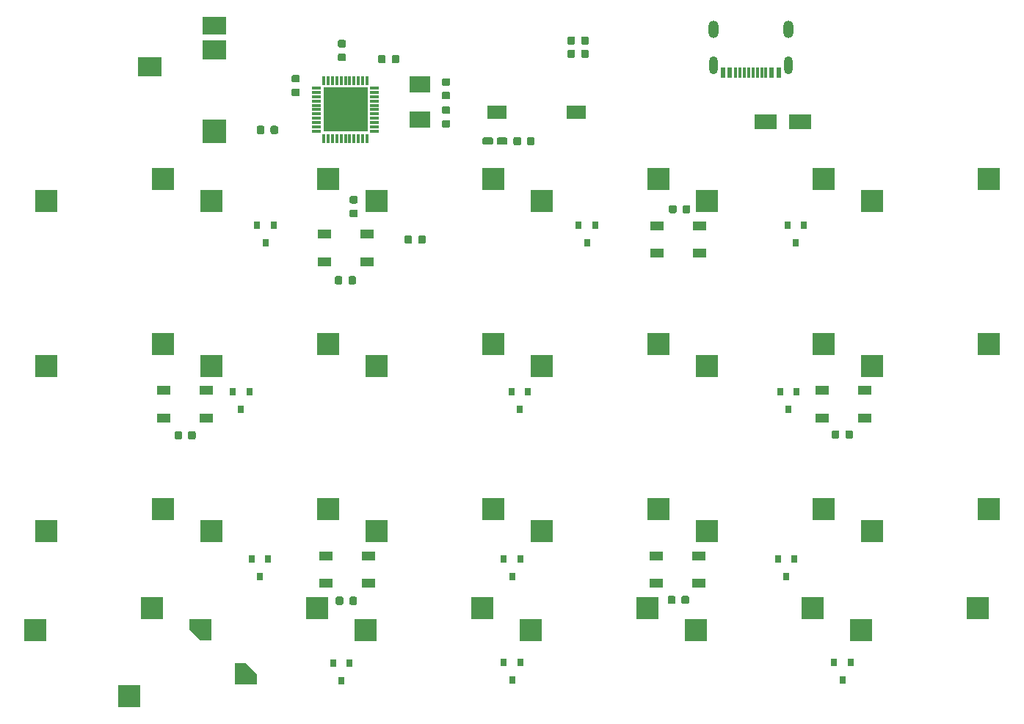
<source format=gbr>
%TF.GenerationSoftware,KiCad,Pcbnew,5.0.2-5.fc29*%
%TF.CreationDate,2019-03-27T11:46:12+01:00*%
%TF.ProjectId,vitamins_included,76697461-6d69-46e7-935f-696e636c7564,rev?*%
%TF.SameCoordinates,Original*%
%TF.FileFunction,Paste,Bot*%
%TF.FilePolarity,Positive*%
%FSLAX46Y46*%
G04 Gerber Fmt 4.6, Leading zero omitted, Abs format (unit mm)*
G04 Created by KiCad (PCBNEW 5.0.2-5.fc29) date 2019-03-27T11:46:12 CET*
%MOMM*%
%LPD*%
G01*
G04 APERTURE LIST*
%ADD10R,2.550000X2.500000*%
%ADD11R,1.500000X1.000000*%
%ADD12C,0.100000*%
%ADD13C,0.850000*%
%ADD14R,0.800000X0.900000*%
%ADD15C,0.875000*%
%ADD16R,2.180000X1.600000*%
%ADD17R,5.080000X5.080000*%
%ADD18R,0.998220X0.299720*%
%ADD19R,0.299720X0.998220*%
%ADD20C,1.000000*%
%ADD21R,2.500000X1.800000*%
%ADD22R,0.600000X1.160000*%
%ADD23R,0.300000X1.160000*%
%ADD24O,1.200000X2.000000*%
%ADD25O,1.000000X2.100000*%
%ADD26R,2.400000X1.900000*%
%ADD27R,2.800000X2.800000*%
%ADD28R,2.800000X2.200000*%
%ADD29R,2.800000X2.000000*%
G04 APERTURE END LIST*
D10*
X16860000Y-19390000D03*
X3410000Y-21930000D03*
D11*
X40550000Y-62900000D03*
X40550000Y-66100000D03*
X35650000Y-62900000D03*
X35650000Y-66100000D03*
D10*
X78340000Y-71460000D03*
X91790000Y-68920000D03*
D11*
X78750000Y-24800000D03*
X78750000Y-28000000D03*
X73850000Y-24800000D03*
X73850000Y-28000000D03*
D12*
G36*
X54745829Y-14626023D02*
X54766457Y-14629083D01*
X54786685Y-14634150D01*
X54806320Y-14641176D01*
X54825172Y-14650092D01*
X54843059Y-14660813D01*
X54859809Y-14673235D01*
X54875260Y-14687240D01*
X54889265Y-14702691D01*
X54901687Y-14719441D01*
X54912408Y-14737328D01*
X54921324Y-14756180D01*
X54928350Y-14775815D01*
X54933417Y-14796043D01*
X54936477Y-14816671D01*
X54937500Y-14837500D01*
X54937500Y-15262500D01*
X54936477Y-15283329D01*
X54933417Y-15303957D01*
X54928350Y-15324185D01*
X54921324Y-15343820D01*
X54912408Y-15362672D01*
X54901687Y-15380559D01*
X54889265Y-15397309D01*
X54875260Y-15412760D01*
X54859809Y-15426765D01*
X54843059Y-15439187D01*
X54825172Y-15449908D01*
X54806320Y-15458824D01*
X54786685Y-15465850D01*
X54766457Y-15470917D01*
X54745829Y-15473977D01*
X54725000Y-15475000D01*
X53925000Y-15475000D01*
X53904171Y-15473977D01*
X53883543Y-15470917D01*
X53863315Y-15465850D01*
X53843680Y-15458824D01*
X53824828Y-15449908D01*
X53806941Y-15439187D01*
X53790191Y-15426765D01*
X53774740Y-15412760D01*
X53760735Y-15397309D01*
X53748313Y-15380559D01*
X53737592Y-15362672D01*
X53728676Y-15343820D01*
X53721650Y-15324185D01*
X53716583Y-15303957D01*
X53713523Y-15283329D01*
X53712500Y-15262500D01*
X53712500Y-14837500D01*
X53713523Y-14816671D01*
X53716583Y-14796043D01*
X53721650Y-14775815D01*
X53728676Y-14756180D01*
X53737592Y-14737328D01*
X53748313Y-14719441D01*
X53760735Y-14702691D01*
X53774740Y-14687240D01*
X53790191Y-14673235D01*
X53806941Y-14660813D01*
X53824828Y-14650092D01*
X53843680Y-14641176D01*
X53863315Y-14634150D01*
X53883543Y-14629083D01*
X53904171Y-14626023D01*
X53925000Y-14625000D01*
X54725000Y-14625000D01*
X54745829Y-14626023D01*
X54745829Y-14626023D01*
G37*
D13*
X54325000Y-15050000D03*
D12*
G36*
X56370829Y-14626023D02*
X56391457Y-14629083D01*
X56411685Y-14634150D01*
X56431320Y-14641176D01*
X56450172Y-14650092D01*
X56468059Y-14660813D01*
X56484809Y-14673235D01*
X56500260Y-14687240D01*
X56514265Y-14702691D01*
X56526687Y-14719441D01*
X56537408Y-14737328D01*
X56546324Y-14756180D01*
X56553350Y-14775815D01*
X56558417Y-14796043D01*
X56561477Y-14816671D01*
X56562500Y-14837500D01*
X56562500Y-15262500D01*
X56561477Y-15283329D01*
X56558417Y-15303957D01*
X56553350Y-15324185D01*
X56546324Y-15343820D01*
X56537408Y-15362672D01*
X56526687Y-15380559D01*
X56514265Y-15397309D01*
X56500260Y-15412760D01*
X56484809Y-15426765D01*
X56468059Y-15439187D01*
X56450172Y-15449908D01*
X56431320Y-15458824D01*
X56411685Y-15465850D01*
X56391457Y-15470917D01*
X56370829Y-15473977D01*
X56350000Y-15475000D01*
X55550000Y-15475000D01*
X55529171Y-15473977D01*
X55508543Y-15470917D01*
X55488315Y-15465850D01*
X55468680Y-15458824D01*
X55449828Y-15449908D01*
X55431941Y-15439187D01*
X55415191Y-15426765D01*
X55399740Y-15412760D01*
X55385735Y-15397309D01*
X55373313Y-15380559D01*
X55362592Y-15362672D01*
X55353676Y-15343820D01*
X55346650Y-15324185D01*
X55341583Y-15303957D01*
X55338523Y-15283329D01*
X55337500Y-15262500D01*
X55337500Y-14837500D01*
X55338523Y-14816671D01*
X55341583Y-14796043D01*
X55346650Y-14775815D01*
X55353676Y-14756180D01*
X55362592Y-14737328D01*
X55373313Y-14719441D01*
X55385735Y-14702691D01*
X55399740Y-14687240D01*
X55415191Y-14673235D01*
X55431941Y-14660813D01*
X55449828Y-14650092D01*
X55468680Y-14641176D01*
X55488315Y-14634150D01*
X55508543Y-14629083D01*
X55529171Y-14626023D01*
X55550000Y-14625000D01*
X56350000Y-14625000D01*
X56370829Y-14626023D01*
X56370829Y-14626023D01*
G37*
D13*
X55950000Y-15050000D03*
D14*
X57108000Y-77207000D03*
X58058000Y-75207000D03*
X56158000Y-75207000D03*
D10*
X59290000Y-71460000D03*
X72740000Y-68920000D03*
D12*
G36*
X39027691Y-67626053D02*
X39048926Y-67629203D01*
X39069750Y-67634419D01*
X39089962Y-67641651D01*
X39109368Y-67650830D01*
X39127781Y-67661866D01*
X39145024Y-67674654D01*
X39160930Y-67689070D01*
X39175346Y-67704976D01*
X39188134Y-67722219D01*
X39199170Y-67740632D01*
X39208349Y-67760038D01*
X39215581Y-67780250D01*
X39220797Y-67801074D01*
X39223947Y-67822309D01*
X39225000Y-67843750D01*
X39225000Y-68356250D01*
X39223947Y-68377691D01*
X39220797Y-68398926D01*
X39215581Y-68419750D01*
X39208349Y-68439962D01*
X39199170Y-68459368D01*
X39188134Y-68477781D01*
X39175346Y-68495024D01*
X39160930Y-68510930D01*
X39145024Y-68525346D01*
X39127781Y-68538134D01*
X39109368Y-68549170D01*
X39089962Y-68558349D01*
X39069750Y-68565581D01*
X39048926Y-68570797D01*
X39027691Y-68573947D01*
X39006250Y-68575000D01*
X38568750Y-68575000D01*
X38547309Y-68573947D01*
X38526074Y-68570797D01*
X38505250Y-68565581D01*
X38485038Y-68558349D01*
X38465632Y-68549170D01*
X38447219Y-68538134D01*
X38429976Y-68525346D01*
X38414070Y-68510930D01*
X38399654Y-68495024D01*
X38386866Y-68477781D01*
X38375830Y-68459368D01*
X38366651Y-68439962D01*
X38359419Y-68419750D01*
X38354203Y-68398926D01*
X38351053Y-68377691D01*
X38350000Y-68356250D01*
X38350000Y-67843750D01*
X38351053Y-67822309D01*
X38354203Y-67801074D01*
X38359419Y-67780250D01*
X38366651Y-67760038D01*
X38375830Y-67740632D01*
X38386866Y-67722219D01*
X38399654Y-67704976D01*
X38414070Y-67689070D01*
X38429976Y-67674654D01*
X38447219Y-67661866D01*
X38465632Y-67650830D01*
X38485038Y-67641651D01*
X38505250Y-67634419D01*
X38526074Y-67629203D01*
X38547309Y-67626053D01*
X38568750Y-67625000D01*
X39006250Y-67625000D01*
X39027691Y-67626053D01*
X39027691Y-67626053D01*
G37*
D15*
X38787500Y-68100000D03*
D12*
G36*
X37452691Y-67626053D02*
X37473926Y-67629203D01*
X37494750Y-67634419D01*
X37514962Y-67641651D01*
X37534368Y-67650830D01*
X37552781Y-67661866D01*
X37570024Y-67674654D01*
X37585930Y-67689070D01*
X37600346Y-67704976D01*
X37613134Y-67722219D01*
X37624170Y-67740632D01*
X37633349Y-67760038D01*
X37640581Y-67780250D01*
X37645797Y-67801074D01*
X37648947Y-67822309D01*
X37650000Y-67843750D01*
X37650000Y-68356250D01*
X37648947Y-68377691D01*
X37645797Y-68398926D01*
X37640581Y-68419750D01*
X37633349Y-68439962D01*
X37624170Y-68459368D01*
X37613134Y-68477781D01*
X37600346Y-68495024D01*
X37585930Y-68510930D01*
X37570024Y-68525346D01*
X37552781Y-68538134D01*
X37534368Y-68549170D01*
X37514962Y-68558349D01*
X37494750Y-68565581D01*
X37473926Y-68570797D01*
X37452691Y-68573947D01*
X37431250Y-68575000D01*
X36993750Y-68575000D01*
X36972309Y-68573947D01*
X36951074Y-68570797D01*
X36930250Y-68565581D01*
X36910038Y-68558349D01*
X36890632Y-68549170D01*
X36872219Y-68538134D01*
X36854976Y-68525346D01*
X36839070Y-68510930D01*
X36824654Y-68495024D01*
X36811866Y-68477781D01*
X36800830Y-68459368D01*
X36791651Y-68439962D01*
X36784419Y-68419750D01*
X36779203Y-68398926D01*
X36776053Y-68377691D01*
X36775000Y-68356250D01*
X36775000Y-67843750D01*
X36776053Y-67822309D01*
X36779203Y-67801074D01*
X36784419Y-67780250D01*
X36791651Y-67760038D01*
X36800830Y-67740632D01*
X36811866Y-67722219D01*
X36824654Y-67704976D01*
X36839070Y-67689070D01*
X36854976Y-67674654D01*
X36872219Y-67661866D01*
X36890632Y-67650830D01*
X36910038Y-67641651D01*
X36930250Y-67634419D01*
X36951074Y-67629203D01*
X36972309Y-67626053D01*
X36993750Y-67625000D01*
X37431250Y-67625000D01*
X37452691Y-67626053D01*
X37452691Y-67626053D01*
G37*
D15*
X37212500Y-68100000D03*
D10*
X74010000Y-19390000D03*
X60560000Y-21930000D03*
D16*
X64540000Y-11700000D03*
X55360000Y-11700000D03*
D17*
X37892518Y-11411000D03*
D18*
X34544798Y-8911640D03*
X34544798Y-9412020D03*
X34544798Y-9912400D03*
X34544798Y-10412780D03*
X34544798Y-10913160D03*
X34544798Y-11411000D03*
X34544798Y-11908840D03*
X34544798Y-12409220D03*
X34544798Y-12909600D03*
X34544798Y-13409980D03*
X34544798Y-13910360D03*
D19*
X35393158Y-14758720D03*
X35893538Y-14758720D03*
X36393918Y-14758720D03*
X36894298Y-14758720D03*
X37394678Y-14758720D03*
X37892518Y-14758720D03*
X38390358Y-14758720D03*
X38890738Y-14758720D03*
X39391118Y-14758720D03*
X39891498Y-14758720D03*
X40391878Y-14758720D03*
D18*
X41240238Y-13910360D03*
X41240238Y-13409980D03*
X41240238Y-12909600D03*
X41240238Y-12409220D03*
X41240238Y-11908840D03*
X41240238Y-11411000D03*
X41240238Y-10913160D03*
X41240238Y-10412780D03*
X41240238Y-9912400D03*
X41240238Y-9412020D03*
X41240238Y-8911640D03*
D19*
X40391878Y-8063280D03*
X39891498Y-8063280D03*
X39391118Y-8063280D03*
X38890738Y-8063280D03*
X38390358Y-8063280D03*
X37892518Y-8063280D03*
X37394678Y-8063280D03*
X36894298Y-8063280D03*
X36393918Y-8063280D03*
X35893538Y-8063280D03*
X35393158Y-8063280D03*
D20*
X21190000Y-71460000D03*
D12*
G36*
X19915000Y-71460000D02*
X19915000Y-70210000D01*
X22465000Y-70210000D01*
X22465000Y-72710000D01*
X21190000Y-72710000D01*
X19915000Y-71460000D01*
X19915000Y-71460000D01*
G37*
D10*
X34640000Y-68920000D03*
X2140000Y-71460000D03*
X15590000Y-68920000D03*
D12*
G36*
X77465191Y-22426053D02*
X77486426Y-22429203D01*
X77507250Y-22434419D01*
X77527462Y-22441651D01*
X77546868Y-22450830D01*
X77565281Y-22461866D01*
X77582524Y-22474654D01*
X77598430Y-22489070D01*
X77612846Y-22504976D01*
X77625634Y-22522219D01*
X77636670Y-22540632D01*
X77645849Y-22560038D01*
X77653081Y-22580250D01*
X77658297Y-22601074D01*
X77661447Y-22622309D01*
X77662500Y-22643750D01*
X77662500Y-23156250D01*
X77661447Y-23177691D01*
X77658297Y-23198926D01*
X77653081Y-23219750D01*
X77645849Y-23239962D01*
X77636670Y-23259368D01*
X77625634Y-23277781D01*
X77612846Y-23295024D01*
X77598430Y-23310930D01*
X77582524Y-23325346D01*
X77565281Y-23338134D01*
X77546868Y-23349170D01*
X77527462Y-23358349D01*
X77507250Y-23365581D01*
X77486426Y-23370797D01*
X77465191Y-23373947D01*
X77443750Y-23375000D01*
X77006250Y-23375000D01*
X76984809Y-23373947D01*
X76963574Y-23370797D01*
X76942750Y-23365581D01*
X76922538Y-23358349D01*
X76903132Y-23349170D01*
X76884719Y-23338134D01*
X76867476Y-23325346D01*
X76851570Y-23310930D01*
X76837154Y-23295024D01*
X76824366Y-23277781D01*
X76813330Y-23259368D01*
X76804151Y-23239962D01*
X76796919Y-23219750D01*
X76791703Y-23198926D01*
X76788553Y-23177691D01*
X76787500Y-23156250D01*
X76787500Y-22643750D01*
X76788553Y-22622309D01*
X76791703Y-22601074D01*
X76796919Y-22580250D01*
X76804151Y-22560038D01*
X76813330Y-22540632D01*
X76824366Y-22522219D01*
X76837154Y-22504976D01*
X76851570Y-22489070D01*
X76867476Y-22474654D01*
X76884719Y-22461866D01*
X76903132Y-22450830D01*
X76922538Y-22441651D01*
X76942750Y-22434419D01*
X76963574Y-22429203D01*
X76984809Y-22426053D01*
X77006250Y-22425000D01*
X77443750Y-22425000D01*
X77465191Y-22426053D01*
X77465191Y-22426053D01*
G37*
D15*
X77225000Y-22900000D03*
D12*
G36*
X75890191Y-22426053D02*
X75911426Y-22429203D01*
X75932250Y-22434419D01*
X75952462Y-22441651D01*
X75971868Y-22450830D01*
X75990281Y-22461866D01*
X76007524Y-22474654D01*
X76023430Y-22489070D01*
X76037846Y-22504976D01*
X76050634Y-22522219D01*
X76061670Y-22540632D01*
X76070849Y-22560038D01*
X76078081Y-22580250D01*
X76083297Y-22601074D01*
X76086447Y-22622309D01*
X76087500Y-22643750D01*
X76087500Y-23156250D01*
X76086447Y-23177691D01*
X76083297Y-23198926D01*
X76078081Y-23219750D01*
X76070849Y-23239962D01*
X76061670Y-23259368D01*
X76050634Y-23277781D01*
X76037846Y-23295024D01*
X76023430Y-23310930D01*
X76007524Y-23325346D01*
X75990281Y-23338134D01*
X75971868Y-23349170D01*
X75952462Y-23358349D01*
X75932250Y-23365581D01*
X75911426Y-23370797D01*
X75890191Y-23373947D01*
X75868750Y-23375000D01*
X75431250Y-23375000D01*
X75409809Y-23373947D01*
X75388574Y-23370797D01*
X75367750Y-23365581D01*
X75347538Y-23358349D01*
X75328132Y-23349170D01*
X75309719Y-23338134D01*
X75292476Y-23325346D01*
X75276570Y-23310930D01*
X75262154Y-23295024D01*
X75249366Y-23277781D01*
X75238330Y-23259368D01*
X75229151Y-23239962D01*
X75221919Y-23219750D01*
X75216703Y-23198926D01*
X75213553Y-23177691D01*
X75212500Y-23156250D01*
X75212500Y-22643750D01*
X75213553Y-22622309D01*
X75216703Y-22601074D01*
X75221919Y-22580250D01*
X75229151Y-22560038D01*
X75238330Y-22540632D01*
X75249366Y-22522219D01*
X75262154Y-22504976D01*
X75276570Y-22489070D01*
X75292476Y-22474654D01*
X75309719Y-22461866D01*
X75328132Y-22450830D01*
X75347538Y-22441651D01*
X75367750Y-22434419D01*
X75388574Y-22429203D01*
X75409809Y-22426053D01*
X75431250Y-22425000D01*
X75868750Y-22425000D01*
X75890191Y-22426053D01*
X75890191Y-22426053D01*
G37*
D15*
X75650000Y-22900000D03*
D10*
X54960000Y-19390000D03*
X41510000Y-21930000D03*
X54960000Y-38440000D03*
X41510000Y-40980000D03*
D21*
X90350000Y-12850000D03*
X86350000Y-12850000D03*
D10*
X74010000Y-57490000D03*
X60560000Y-60030000D03*
D14*
X88985000Y-45965000D03*
X89935000Y-43965000D03*
X88035000Y-43965000D03*
D10*
X97390000Y-71460000D03*
X110840000Y-68920000D03*
D12*
G36*
X18852691Y-48526053D02*
X18873926Y-48529203D01*
X18894750Y-48534419D01*
X18914962Y-48541651D01*
X18934368Y-48550830D01*
X18952781Y-48561866D01*
X18970024Y-48574654D01*
X18985930Y-48589070D01*
X19000346Y-48604976D01*
X19013134Y-48622219D01*
X19024170Y-48640632D01*
X19033349Y-48660038D01*
X19040581Y-48680250D01*
X19045797Y-48701074D01*
X19048947Y-48722309D01*
X19050000Y-48743750D01*
X19050000Y-49256250D01*
X19048947Y-49277691D01*
X19045797Y-49298926D01*
X19040581Y-49319750D01*
X19033349Y-49339962D01*
X19024170Y-49359368D01*
X19013134Y-49377781D01*
X19000346Y-49395024D01*
X18985930Y-49410930D01*
X18970024Y-49425346D01*
X18952781Y-49438134D01*
X18934368Y-49449170D01*
X18914962Y-49458349D01*
X18894750Y-49465581D01*
X18873926Y-49470797D01*
X18852691Y-49473947D01*
X18831250Y-49475000D01*
X18393750Y-49475000D01*
X18372309Y-49473947D01*
X18351074Y-49470797D01*
X18330250Y-49465581D01*
X18310038Y-49458349D01*
X18290632Y-49449170D01*
X18272219Y-49438134D01*
X18254976Y-49425346D01*
X18239070Y-49410930D01*
X18224654Y-49395024D01*
X18211866Y-49377781D01*
X18200830Y-49359368D01*
X18191651Y-49339962D01*
X18184419Y-49319750D01*
X18179203Y-49298926D01*
X18176053Y-49277691D01*
X18175000Y-49256250D01*
X18175000Y-48743750D01*
X18176053Y-48722309D01*
X18179203Y-48701074D01*
X18184419Y-48680250D01*
X18191651Y-48660038D01*
X18200830Y-48640632D01*
X18211866Y-48622219D01*
X18224654Y-48604976D01*
X18239070Y-48589070D01*
X18254976Y-48574654D01*
X18272219Y-48561866D01*
X18290632Y-48550830D01*
X18310038Y-48541651D01*
X18330250Y-48534419D01*
X18351074Y-48529203D01*
X18372309Y-48526053D01*
X18393750Y-48525000D01*
X18831250Y-48525000D01*
X18852691Y-48526053D01*
X18852691Y-48526053D01*
G37*
D15*
X18612500Y-49000000D03*
D12*
G36*
X20427691Y-48526053D02*
X20448926Y-48529203D01*
X20469750Y-48534419D01*
X20489962Y-48541651D01*
X20509368Y-48550830D01*
X20527781Y-48561866D01*
X20545024Y-48574654D01*
X20560930Y-48589070D01*
X20575346Y-48604976D01*
X20588134Y-48622219D01*
X20599170Y-48640632D01*
X20608349Y-48660038D01*
X20615581Y-48680250D01*
X20620797Y-48701074D01*
X20623947Y-48722309D01*
X20625000Y-48743750D01*
X20625000Y-49256250D01*
X20623947Y-49277691D01*
X20620797Y-49298926D01*
X20615581Y-49319750D01*
X20608349Y-49339962D01*
X20599170Y-49359368D01*
X20588134Y-49377781D01*
X20575346Y-49395024D01*
X20560930Y-49410930D01*
X20545024Y-49425346D01*
X20527781Y-49438134D01*
X20509368Y-49449170D01*
X20489962Y-49458349D01*
X20469750Y-49465581D01*
X20448926Y-49470797D01*
X20427691Y-49473947D01*
X20406250Y-49475000D01*
X19968750Y-49475000D01*
X19947309Y-49473947D01*
X19926074Y-49470797D01*
X19905250Y-49465581D01*
X19885038Y-49458349D01*
X19865632Y-49449170D01*
X19847219Y-49438134D01*
X19829976Y-49425346D01*
X19814070Y-49410930D01*
X19799654Y-49395024D01*
X19786866Y-49377781D01*
X19775830Y-49359368D01*
X19766651Y-49339962D01*
X19759419Y-49319750D01*
X19754203Y-49298926D01*
X19751053Y-49277691D01*
X19750000Y-49256250D01*
X19750000Y-48743750D01*
X19751053Y-48722309D01*
X19754203Y-48701074D01*
X19759419Y-48680250D01*
X19766651Y-48660038D01*
X19775830Y-48640632D01*
X19786866Y-48622219D01*
X19799654Y-48604976D01*
X19814070Y-48589070D01*
X19829976Y-48574654D01*
X19847219Y-48561866D01*
X19865632Y-48550830D01*
X19885038Y-48541651D01*
X19905250Y-48534419D01*
X19926074Y-48529203D01*
X19947309Y-48526053D01*
X19968750Y-48525000D01*
X20406250Y-48525000D01*
X20427691Y-48526053D01*
X20427691Y-48526053D01*
G37*
D15*
X20187500Y-49000000D03*
D10*
X35910000Y-57490000D03*
X22460000Y-60030000D03*
D12*
G36*
X64180691Y-2962053D02*
X64201926Y-2965203D01*
X64222750Y-2970419D01*
X64242962Y-2977651D01*
X64262368Y-2986830D01*
X64280781Y-2997866D01*
X64298024Y-3010654D01*
X64313930Y-3025070D01*
X64328346Y-3040976D01*
X64341134Y-3058219D01*
X64352170Y-3076632D01*
X64361349Y-3096038D01*
X64368581Y-3116250D01*
X64373797Y-3137074D01*
X64376947Y-3158309D01*
X64378000Y-3179750D01*
X64378000Y-3692250D01*
X64376947Y-3713691D01*
X64373797Y-3734926D01*
X64368581Y-3755750D01*
X64361349Y-3775962D01*
X64352170Y-3795368D01*
X64341134Y-3813781D01*
X64328346Y-3831024D01*
X64313930Y-3846930D01*
X64298024Y-3861346D01*
X64280781Y-3874134D01*
X64262368Y-3885170D01*
X64242962Y-3894349D01*
X64222750Y-3901581D01*
X64201926Y-3906797D01*
X64180691Y-3909947D01*
X64159250Y-3911000D01*
X63721750Y-3911000D01*
X63700309Y-3909947D01*
X63679074Y-3906797D01*
X63658250Y-3901581D01*
X63638038Y-3894349D01*
X63618632Y-3885170D01*
X63600219Y-3874134D01*
X63582976Y-3861346D01*
X63567070Y-3846930D01*
X63552654Y-3831024D01*
X63539866Y-3813781D01*
X63528830Y-3795368D01*
X63519651Y-3775962D01*
X63512419Y-3755750D01*
X63507203Y-3734926D01*
X63504053Y-3713691D01*
X63503000Y-3692250D01*
X63503000Y-3179750D01*
X63504053Y-3158309D01*
X63507203Y-3137074D01*
X63512419Y-3116250D01*
X63519651Y-3096038D01*
X63528830Y-3076632D01*
X63539866Y-3058219D01*
X63552654Y-3040976D01*
X63567070Y-3025070D01*
X63582976Y-3010654D01*
X63600219Y-2997866D01*
X63618632Y-2986830D01*
X63638038Y-2977651D01*
X63658250Y-2970419D01*
X63679074Y-2965203D01*
X63700309Y-2962053D01*
X63721750Y-2961000D01*
X64159250Y-2961000D01*
X64180691Y-2962053D01*
X64180691Y-2962053D01*
G37*
D15*
X63940500Y-3436000D03*
D12*
G36*
X65755691Y-2962053D02*
X65776926Y-2965203D01*
X65797750Y-2970419D01*
X65817962Y-2977651D01*
X65837368Y-2986830D01*
X65855781Y-2997866D01*
X65873024Y-3010654D01*
X65888930Y-3025070D01*
X65903346Y-3040976D01*
X65916134Y-3058219D01*
X65927170Y-3076632D01*
X65936349Y-3096038D01*
X65943581Y-3116250D01*
X65948797Y-3137074D01*
X65951947Y-3158309D01*
X65953000Y-3179750D01*
X65953000Y-3692250D01*
X65951947Y-3713691D01*
X65948797Y-3734926D01*
X65943581Y-3755750D01*
X65936349Y-3775962D01*
X65927170Y-3795368D01*
X65916134Y-3813781D01*
X65903346Y-3831024D01*
X65888930Y-3846930D01*
X65873024Y-3861346D01*
X65855781Y-3874134D01*
X65837368Y-3885170D01*
X65817962Y-3894349D01*
X65797750Y-3901581D01*
X65776926Y-3906797D01*
X65755691Y-3909947D01*
X65734250Y-3911000D01*
X65296750Y-3911000D01*
X65275309Y-3909947D01*
X65254074Y-3906797D01*
X65233250Y-3901581D01*
X65213038Y-3894349D01*
X65193632Y-3885170D01*
X65175219Y-3874134D01*
X65157976Y-3861346D01*
X65142070Y-3846930D01*
X65127654Y-3831024D01*
X65114866Y-3813781D01*
X65103830Y-3795368D01*
X65094651Y-3775962D01*
X65087419Y-3755750D01*
X65082203Y-3734926D01*
X65079053Y-3713691D01*
X65078000Y-3692250D01*
X65078000Y-3179750D01*
X65079053Y-3158309D01*
X65082203Y-3137074D01*
X65087419Y-3116250D01*
X65094651Y-3096038D01*
X65103830Y-3076632D01*
X65114866Y-3058219D01*
X65127654Y-3040976D01*
X65142070Y-3025070D01*
X65157976Y-3010654D01*
X65175219Y-2997866D01*
X65193632Y-2986830D01*
X65213038Y-2977651D01*
X65233250Y-2970419D01*
X65254074Y-2965203D01*
X65275309Y-2962053D01*
X65296750Y-2961000D01*
X65734250Y-2961000D01*
X65755691Y-2962053D01*
X65755691Y-2962053D01*
G37*
D15*
X65515500Y-3436000D03*
D14*
X95208000Y-77207000D03*
X96158000Y-75207000D03*
X94258000Y-75207000D03*
D10*
X112110000Y-19390000D03*
X98660000Y-21930000D03*
D12*
G36*
X49777691Y-11026053D02*
X49798926Y-11029203D01*
X49819750Y-11034419D01*
X49839962Y-11041651D01*
X49859368Y-11050830D01*
X49877781Y-11061866D01*
X49895024Y-11074654D01*
X49910930Y-11089070D01*
X49925346Y-11104976D01*
X49938134Y-11122219D01*
X49949170Y-11140632D01*
X49958349Y-11160038D01*
X49965581Y-11180250D01*
X49970797Y-11201074D01*
X49973947Y-11222309D01*
X49975000Y-11243750D01*
X49975000Y-11681250D01*
X49973947Y-11702691D01*
X49970797Y-11723926D01*
X49965581Y-11744750D01*
X49958349Y-11764962D01*
X49949170Y-11784368D01*
X49938134Y-11802781D01*
X49925346Y-11820024D01*
X49910930Y-11835930D01*
X49895024Y-11850346D01*
X49877781Y-11863134D01*
X49859368Y-11874170D01*
X49839962Y-11883349D01*
X49819750Y-11890581D01*
X49798926Y-11895797D01*
X49777691Y-11898947D01*
X49756250Y-11900000D01*
X49243750Y-11900000D01*
X49222309Y-11898947D01*
X49201074Y-11895797D01*
X49180250Y-11890581D01*
X49160038Y-11883349D01*
X49140632Y-11874170D01*
X49122219Y-11863134D01*
X49104976Y-11850346D01*
X49089070Y-11835930D01*
X49074654Y-11820024D01*
X49061866Y-11802781D01*
X49050830Y-11784368D01*
X49041651Y-11764962D01*
X49034419Y-11744750D01*
X49029203Y-11723926D01*
X49026053Y-11702691D01*
X49025000Y-11681250D01*
X49025000Y-11243750D01*
X49026053Y-11222309D01*
X49029203Y-11201074D01*
X49034419Y-11180250D01*
X49041651Y-11160038D01*
X49050830Y-11140632D01*
X49061866Y-11122219D01*
X49074654Y-11104976D01*
X49089070Y-11089070D01*
X49104976Y-11074654D01*
X49122219Y-11061866D01*
X49140632Y-11050830D01*
X49160038Y-11041651D01*
X49180250Y-11034419D01*
X49201074Y-11029203D01*
X49222309Y-11026053D01*
X49243750Y-11025000D01*
X49756250Y-11025000D01*
X49777691Y-11026053D01*
X49777691Y-11026053D01*
G37*
D15*
X49500000Y-11462500D03*
D12*
G36*
X49777691Y-12601053D02*
X49798926Y-12604203D01*
X49819750Y-12609419D01*
X49839962Y-12616651D01*
X49859368Y-12625830D01*
X49877781Y-12636866D01*
X49895024Y-12649654D01*
X49910930Y-12664070D01*
X49925346Y-12679976D01*
X49938134Y-12697219D01*
X49949170Y-12715632D01*
X49958349Y-12735038D01*
X49965581Y-12755250D01*
X49970797Y-12776074D01*
X49973947Y-12797309D01*
X49975000Y-12818750D01*
X49975000Y-13256250D01*
X49973947Y-13277691D01*
X49970797Y-13298926D01*
X49965581Y-13319750D01*
X49958349Y-13339962D01*
X49949170Y-13359368D01*
X49938134Y-13377781D01*
X49925346Y-13395024D01*
X49910930Y-13410930D01*
X49895024Y-13425346D01*
X49877781Y-13438134D01*
X49859368Y-13449170D01*
X49839962Y-13458349D01*
X49819750Y-13465581D01*
X49798926Y-13470797D01*
X49777691Y-13473947D01*
X49756250Y-13475000D01*
X49243750Y-13475000D01*
X49222309Y-13473947D01*
X49201074Y-13470797D01*
X49180250Y-13465581D01*
X49160038Y-13458349D01*
X49140632Y-13449170D01*
X49122219Y-13438134D01*
X49104976Y-13425346D01*
X49089070Y-13410930D01*
X49074654Y-13395024D01*
X49061866Y-13377781D01*
X49050830Y-13359368D01*
X49041651Y-13339962D01*
X49034419Y-13319750D01*
X49029203Y-13298926D01*
X49026053Y-13277691D01*
X49025000Y-13256250D01*
X49025000Y-12818750D01*
X49026053Y-12797309D01*
X49029203Y-12776074D01*
X49034419Y-12755250D01*
X49041651Y-12735038D01*
X49050830Y-12715632D01*
X49061866Y-12697219D01*
X49074654Y-12679976D01*
X49089070Y-12664070D01*
X49104976Y-12649654D01*
X49122219Y-12636866D01*
X49140632Y-12625830D01*
X49160038Y-12616651D01*
X49180250Y-12609419D01*
X49201074Y-12604203D01*
X49222309Y-12601053D01*
X49243750Y-12600000D01*
X49756250Y-12600000D01*
X49777691Y-12601053D01*
X49777691Y-12601053D01*
G37*
D15*
X49500000Y-13037500D03*
D12*
G36*
X94652691Y-48426053D02*
X94673926Y-48429203D01*
X94694750Y-48434419D01*
X94714962Y-48441651D01*
X94734368Y-48450830D01*
X94752781Y-48461866D01*
X94770024Y-48474654D01*
X94785930Y-48489070D01*
X94800346Y-48504976D01*
X94813134Y-48522219D01*
X94824170Y-48540632D01*
X94833349Y-48560038D01*
X94840581Y-48580250D01*
X94845797Y-48601074D01*
X94848947Y-48622309D01*
X94850000Y-48643750D01*
X94850000Y-49156250D01*
X94848947Y-49177691D01*
X94845797Y-49198926D01*
X94840581Y-49219750D01*
X94833349Y-49239962D01*
X94824170Y-49259368D01*
X94813134Y-49277781D01*
X94800346Y-49295024D01*
X94785930Y-49310930D01*
X94770024Y-49325346D01*
X94752781Y-49338134D01*
X94734368Y-49349170D01*
X94714962Y-49358349D01*
X94694750Y-49365581D01*
X94673926Y-49370797D01*
X94652691Y-49373947D01*
X94631250Y-49375000D01*
X94193750Y-49375000D01*
X94172309Y-49373947D01*
X94151074Y-49370797D01*
X94130250Y-49365581D01*
X94110038Y-49358349D01*
X94090632Y-49349170D01*
X94072219Y-49338134D01*
X94054976Y-49325346D01*
X94039070Y-49310930D01*
X94024654Y-49295024D01*
X94011866Y-49277781D01*
X94000830Y-49259368D01*
X93991651Y-49239962D01*
X93984419Y-49219750D01*
X93979203Y-49198926D01*
X93976053Y-49177691D01*
X93975000Y-49156250D01*
X93975000Y-48643750D01*
X93976053Y-48622309D01*
X93979203Y-48601074D01*
X93984419Y-48580250D01*
X93991651Y-48560038D01*
X94000830Y-48540632D01*
X94011866Y-48522219D01*
X94024654Y-48504976D01*
X94039070Y-48489070D01*
X94054976Y-48474654D01*
X94072219Y-48461866D01*
X94090632Y-48450830D01*
X94110038Y-48441651D01*
X94130250Y-48434419D01*
X94151074Y-48429203D01*
X94172309Y-48426053D01*
X94193750Y-48425000D01*
X94631250Y-48425000D01*
X94652691Y-48426053D01*
X94652691Y-48426053D01*
G37*
D15*
X94412500Y-48900000D03*
D12*
G36*
X96227691Y-48426053D02*
X96248926Y-48429203D01*
X96269750Y-48434419D01*
X96289962Y-48441651D01*
X96309368Y-48450830D01*
X96327781Y-48461866D01*
X96345024Y-48474654D01*
X96360930Y-48489070D01*
X96375346Y-48504976D01*
X96388134Y-48522219D01*
X96399170Y-48540632D01*
X96408349Y-48560038D01*
X96415581Y-48580250D01*
X96420797Y-48601074D01*
X96423947Y-48622309D01*
X96425000Y-48643750D01*
X96425000Y-49156250D01*
X96423947Y-49177691D01*
X96420797Y-49198926D01*
X96415581Y-49219750D01*
X96408349Y-49239962D01*
X96399170Y-49259368D01*
X96388134Y-49277781D01*
X96375346Y-49295024D01*
X96360930Y-49310930D01*
X96345024Y-49325346D01*
X96327781Y-49338134D01*
X96309368Y-49349170D01*
X96289962Y-49358349D01*
X96269750Y-49365581D01*
X96248926Y-49370797D01*
X96227691Y-49373947D01*
X96206250Y-49375000D01*
X95768750Y-49375000D01*
X95747309Y-49373947D01*
X95726074Y-49370797D01*
X95705250Y-49365581D01*
X95685038Y-49358349D01*
X95665632Y-49349170D01*
X95647219Y-49338134D01*
X95629976Y-49325346D01*
X95614070Y-49310930D01*
X95599654Y-49295024D01*
X95586866Y-49277781D01*
X95575830Y-49259368D01*
X95566651Y-49239962D01*
X95559419Y-49219750D01*
X95554203Y-49198926D01*
X95551053Y-49177691D01*
X95550000Y-49156250D01*
X95550000Y-48643750D01*
X95551053Y-48622309D01*
X95554203Y-48601074D01*
X95559419Y-48580250D01*
X95566651Y-48560038D01*
X95575830Y-48540632D01*
X95586866Y-48522219D01*
X95599654Y-48504976D01*
X95614070Y-48489070D01*
X95629976Y-48474654D01*
X95647219Y-48461866D01*
X95665632Y-48450830D01*
X95685038Y-48441651D01*
X95705250Y-48434419D01*
X95726074Y-48429203D01*
X95747309Y-48426053D01*
X95768750Y-48425000D01*
X96206250Y-48425000D01*
X96227691Y-48426053D01*
X96227691Y-48426053D01*
G37*
D15*
X95987500Y-48900000D03*
D14*
X88731000Y-65269000D03*
X89681000Y-63269000D03*
X87781000Y-63269000D03*
D20*
X26385000Y-76540000D03*
D12*
G36*
X27660000Y-76540000D02*
X27660000Y-77790000D01*
X25110000Y-77790000D01*
X25110000Y-75290000D01*
X26385000Y-75290000D01*
X27660000Y-76540000D01*
X27660000Y-76540000D01*
G37*
D10*
X12935000Y-79080000D03*
D22*
X87850000Y-7130000D03*
X87050000Y-7130000D03*
X87850000Y-7130000D03*
X87050000Y-7130000D03*
X81450000Y-7130000D03*
X81450000Y-7130000D03*
X82250000Y-7130000D03*
X82250000Y-7130000D03*
D23*
X86400000Y-7130000D03*
X85400000Y-7130000D03*
X85900000Y-7130000D03*
X83400000Y-7130000D03*
X82900000Y-7130000D03*
X84900000Y-7130000D03*
X84400000Y-7130000D03*
X83900000Y-7130000D03*
D24*
X88970000Y-2140000D03*
X80330000Y-2140000D03*
D25*
X88970000Y-6310000D03*
X80330000Y-6310000D03*
D11*
X97750000Y-43800000D03*
X97750000Y-47000000D03*
X92850000Y-43800000D03*
X92850000Y-47000000D03*
D10*
X112110000Y-38440000D03*
X98660000Y-40980000D03*
D12*
G36*
X49777691Y-7776053D02*
X49798926Y-7779203D01*
X49819750Y-7784419D01*
X49839962Y-7791651D01*
X49859368Y-7800830D01*
X49877781Y-7811866D01*
X49895024Y-7824654D01*
X49910930Y-7839070D01*
X49925346Y-7854976D01*
X49938134Y-7872219D01*
X49949170Y-7890632D01*
X49958349Y-7910038D01*
X49965581Y-7930250D01*
X49970797Y-7951074D01*
X49973947Y-7972309D01*
X49975000Y-7993750D01*
X49975000Y-8431250D01*
X49973947Y-8452691D01*
X49970797Y-8473926D01*
X49965581Y-8494750D01*
X49958349Y-8514962D01*
X49949170Y-8534368D01*
X49938134Y-8552781D01*
X49925346Y-8570024D01*
X49910930Y-8585930D01*
X49895024Y-8600346D01*
X49877781Y-8613134D01*
X49859368Y-8624170D01*
X49839962Y-8633349D01*
X49819750Y-8640581D01*
X49798926Y-8645797D01*
X49777691Y-8648947D01*
X49756250Y-8650000D01*
X49243750Y-8650000D01*
X49222309Y-8648947D01*
X49201074Y-8645797D01*
X49180250Y-8640581D01*
X49160038Y-8633349D01*
X49140632Y-8624170D01*
X49122219Y-8613134D01*
X49104976Y-8600346D01*
X49089070Y-8585930D01*
X49074654Y-8570024D01*
X49061866Y-8552781D01*
X49050830Y-8534368D01*
X49041651Y-8514962D01*
X49034419Y-8494750D01*
X49029203Y-8473926D01*
X49026053Y-8452691D01*
X49025000Y-8431250D01*
X49025000Y-7993750D01*
X49026053Y-7972309D01*
X49029203Y-7951074D01*
X49034419Y-7930250D01*
X49041651Y-7910038D01*
X49050830Y-7890632D01*
X49061866Y-7872219D01*
X49074654Y-7854976D01*
X49089070Y-7839070D01*
X49104976Y-7824654D01*
X49122219Y-7811866D01*
X49140632Y-7800830D01*
X49160038Y-7791651D01*
X49180250Y-7784419D01*
X49201074Y-7779203D01*
X49222309Y-7776053D01*
X49243750Y-7775000D01*
X49756250Y-7775000D01*
X49777691Y-7776053D01*
X49777691Y-7776053D01*
G37*
D15*
X49500000Y-8212500D03*
D12*
G36*
X49777691Y-9351053D02*
X49798926Y-9354203D01*
X49819750Y-9359419D01*
X49839962Y-9366651D01*
X49859368Y-9375830D01*
X49877781Y-9386866D01*
X49895024Y-9399654D01*
X49910930Y-9414070D01*
X49925346Y-9429976D01*
X49938134Y-9447219D01*
X49949170Y-9465632D01*
X49958349Y-9485038D01*
X49965581Y-9505250D01*
X49970797Y-9526074D01*
X49973947Y-9547309D01*
X49975000Y-9568750D01*
X49975000Y-10006250D01*
X49973947Y-10027691D01*
X49970797Y-10048926D01*
X49965581Y-10069750D01*
X49958349Y-10089962D01*
X49949170Y-10109368D01*
X49938134Y-10127781D01*
X49925346Y-10145024D01*
X49910930Y-10160930D01*
X49895024Y-10175346D01*
X49877781Y-10188134D01*
X49859368Y-10199170D01*
X49839962Y-10208349D01*
X49819750Y-10215581D01*
X49798926Y-10220797D01*
X49777691Y-10223947D01*
X49756250Y-10225000D01*
X49243750Y-10225000D01*
X49222309Y-10223947D01*
X49201074Y-10220797D01*
X49180250Y-10215581D01*
X49160038Y-10208349D01*
X49140632Y-10199170D01*
X49122219Y-10188134D01*
X49104976Y-10175346D01*
X49089070Y-10160930D01*
X49074654Y-10145024D01*
X49061866Y-10127781D01*
X49050830Y-10109368D01*
X49041651Y-10089962D01*
X49034419Y-10069750D01*
X49029203Y-10048926D01*
X49026053Y-10027691D01*
X49025000Y-10006250D01*
X49025000Y-9568750D01*
X49026053Y-9547309D01*
X49029203Y-9526074D01*
X49034419Y-9505250D01*
X49041651Y-9485038D01*
X49050830Y-9465632D01*
X49061866Y-9447219D01*
X49074654Y-9429976D01*
X49089070Y-9414070D01*
X49104976Y-9399654D01*
X49122219Y-9386866D01*
X49140632Y-9375830D01*
X49160038Y-9366651D01*
X49180250Y-9359419D01*
X49201074Y-9354203D01*
X49222309Y-9351053D01*
X49243750Y-9350000D01*
X49756250Y-9350000D01*
X49777691Y-9351053D01*
X49777691Y-9351053D01*
G37*
D15*
X49500000Y-9787500D03*
D10*
X93060000Y-38440000D03*
X79610000Y-40980000D03*
X93060000Y-19390000D03*
X79610000Y-21930000D03*
X35910000Y-38440000D03*
X22460000Y-40980000D03*
D11*
X40400000Y-25800000D03*
X40400000Y-29000000D03*
X35500000Y-25800000D03*
X35500000Y-29000000D03*
D10*
X35910000Y-19390000D03*
X22460000Y-21930000D03*
X74010000Y-38440000D03*
X60560000Y-40980000D03*
D11*
X16950000Y-47000000D03*
X16950000Y-43800000D03*
X21850000Y-47000000D03*
X21850000Y-43800000D03*
D14*
X56158000Y-63269000D03*
X58058000Y-63269000D03*
X57108000Y-65269000D03*
X28025000Y-65269000D03*
X28975000Y-63269000D03*
X27075000Y-63269000D03*
X25850000Y-46000000D03*
X26800000Y-44000000D03*
X24900000Y-44000000D03*
D12*
G36*
X28352691Y-13276053D02*
X28373926Y-13279203D01*
X28394750Y-13284419D01*
X28414962Y-13291651D01*
X28434368Y-13300830D01*
X28452781Y-13311866D01*
X28470024Y-13324654D01*
X28485930Y-13339070D01*
X28500346Y-13354976D01*
X28513134Y-13372219D01*
X28524170Y-13390632D01*
X28533349Y-13410038D01*
X28540581Y-13430250D01*
X28545797Y-13451074D01*
X28548947Y-13472309D01*
X28550000Y-13493750D01*
X28550000Y-14006250D01*
X28548947Y-14027691D01*
X28545797Y-14048926D01*
X28540581Y-14069750D01*
X28533349Y-14089962D01*
X28524170Y-14109368D01*
X28513134Y-14127781D01*
X28500346Y-14145024D01*
X28485930Y-14160930D01*
X28470024Y-14175346D01*
X28452781Y-14188134D01*
X28434368Y-14199170D01*
X28414962Y-14208349D01*
X28394750Y-14215581D01*
X28373926Y-14220797D01*
X28352691Y-14223947D01*
X28331250Y-14225000D01*
X27893750Y-14225000D01*
X27872309Y-14223947D01*
X27851074Y-14220797D01*
X27830250Y-14215581D01*
X27810038Y-14208349D01*
X27790632Y-14199170D01*
X27772219Y-14188134D01*
X27754976Y-14175346D01*
X27739070Y-14160930D01*
X27724654Y-14145024D01*
X27711866Y-14127781D01*
X27700830Y-14109368D01*
X27691651Y-14089962D01*
X27684419Y-14069750D01*
X27679203Y-14048926D01*
X27676053Y-14027691D01*
X27675000Y-14006250D01*
X27675000Y-13493750D01*
X27676053Y-13472309D01*
X27679203Y-13451074D01*
X27684419Y-13430250D01*
X27691651Y-13410038D01*
X27700830Y-13390632D01*
X27711866Y-13372219D01*
X27724654Y-13354976D01*
X27739070Y-13339070D01*
X27754976Y-13324654D01*
X27772219Y-13311866D01*
X27790632Y-13300830D01*
X27810038Y-13291651D01*
X27830250Y-13284419D01*
X27851074Y-13279203D01*
X27872309Y-13276053D01*
X27893750Y-13275000D01*
X28331250Y-13275000D01*
X28352691Y-13276053D01*
X28352691Y-13276053D01*
G37*
D15*
X28112500Y-13750000D03*
D12*
G36*
X29927691Y-13276053D02*
X29948926Y-13279203D01*
X29969750Y-13284419D01*
X29989962Y-13291651D01*
X30009368Y-13300830D01*
X30027781Y-13311866D01*
X30045024Y-13324654D01*
X30060930Y-13339070D01*
X30075346Y-13354976D01*
X30088134Y-13372219D01*
X30099170Y-13390632D01*
X30108349Y-13410038D01*
X30115581Y-13430250D01*
X30120797Y-13451074D01*
X30123947Y-13472309D01*
X30125000Y-13493750D01*
X30125000Y-14006250D01*
X30123947Y-14027691D01*
X30120797Y-14048926D01*
X30115581Y-14069750D01*
X30108349Y-14089962D01*
X30099170Y-14109368D01*
X30088134Y-14127781D01*
X30075346Y-14145024D01*
X30060930Y-14160930D01*
X30045024Y-14175346D01*
X30027781Y-14188134D01*
X30009368Y-14199170D01*
X29989962Y-14208349D01*
X29969750Y-14215581D01*
X29948926Y-14220797D01*
X29927691Y-14223947D01*
X29906250Y-14225000D01*
X29468750Y-14225000D01*
X29447309Y-14223947D01*
X29426074Y-14220797D01*
X29405250Y-14215581D01*
X29385038Y-14208349D01*
X29365632Y-14199170D01*
X29347219Y-14188134D01*
X29329976Y-14175346D01*
X29314070Y-14160930D01*
X29299654Y-14145024D01*
X29286866Y-14127781D01*
X29275830Y-14109368D01*
X29266651Y-14089962D01*
X29259419Y-14069750D01*
X29254203Y-14048926D01*
X29251053Y-14027691D01*
X29250000Y-14006250D01*
X29250000Y-13493750D01*
X29251053Y-13472309D01*
X29254203Y-13451074D01*
X29259419Y-13430250D01*
X29266651Y-13410038D01*
X29275830Y-13390632D01*
X29286866Y-13372219D01*
X29299654Y-13354976D01*
X29314070Y-13339070D01*
X29329976Y-13324654D01*
X29347219Y-13311866D01*
X29365632Y-13300830D01*
X29385038Y-13291651D01*
X29405250Y-13284419D01*
X29426074Y-13279203D01*
X29447309Y-13276053D01*
X29468750Y-13275000D01*
X29906250Y-13275000D01*
X29927691Y-13276053D01*
X29927691Y-13276053D01*
G37*
D15*
X29687500Y-13750000D03*
D12*
G36*
X37340191Y-30626053D02*
X37361426Y-30629203D01*
X37382250Y-30634419D01*
X37402462Y-30641651D01*
X37421868Y-30650830D01*
X37440281Y-30661866D01*
X37457524Y-30674654D01*
X37473430Y-30689070D01*
X37487846Y-30704976D01*
X37500634Y-30722219D01*
X37511670Y-30740632D01*
X37520849Y-30760038D01*
X37528081Y-30780250D01*
X37533297Y-30801074D01*
X37536447Y-30822309D01*
X37537500Y-30843750D01*
X37537500Y-31356250D01*
X37536447Y-31377691D01*
X37533297Y-31398926D01*
X37528081Y-31419750D01*
X37520849Y-31439962D01*
X37511670Y-31459368D01*
X37500634Y-31477781D01*
X37487846Y-31495024D01*
X37473430Y-31510930D01*
X37457524Y-31525346D01*
X37440281Y-31538134D01*
X37421868Y-31549170D01*
X37402462Y-31558349D01*
X37382250Y-31565581D01*
X37361426Y-31570797D01*
X37340191Y-31573947D01*
X37318750Y-31575000D01*
X36881250Y-31575000D01*
X36859809Y-31573947D01*
X36838574Y-31570797D01*
X36817750Y-31565581D01*
X36797538Y-31558349D01*
X36778132Y-31549170D01*
X36759719Y-31538134D01*
X36742476Y-31525346D01*
X36726570Y-31510930D01*
X36712154Y-31495024D01*
X36699366Y-31477781D01*
X36688330Y-31459368D01*
X36679151Y-31439962D01*
X36671919Y-31419750D01*
X36666703Y-31398926D01*
X36663553Y-31377691D01*
X36662500Y-31356250D01*
X36662500Y-30843750D01*
X36663553Y-30822309D01*
X36666703Y-30801074D01*
X36671919Y-30780250D01*
X36679151Y-30760038D01*
X36688330Y-30740632D01*
X36699366Y-30722219D01*
X36712154Y-30704976D01*
X36726570Y-30689070D01*
X36742476Y-30674654D01*
X36759719Y-30661866D01*
X36778132Y-30650830D01*
X36797538Y-30641651D01*
X36817750Y-30634419D01*
X36838574Y-30629203D01*
X36859809Y-30626053D01*
X36881250Y-30625000D01*
X37318750Y-30625000D01*
X37340191Y-30626053D01*
X37340191Y-30626053D01*
G37*
D15*
X37100000Y-31100000D03*
D12*
G36*
X38915191Y-30626053D02*
X38936426Y-30629203D01*
X38957250Y-30634419D01*
X38977462Y-30641651D01*
X38996868Y-30650830D01*
X39015281Y-30661866D01*
X39032524Y-30674654D01*
X39048430Y-30689070D01*
X39062846Y-30704976D01*
X39075634Y-30722219D01*
X39086670Y-30740632D01*
X39095849Y-30760038D01*
X39103081Y-30780250D01*
X39108297Y-30801074D01*
X39111447Y-30822309D01*
X39112500Y-30843750D01*
X39112500Y-31356250D01*
X39111447Y-31377691D01*
X39108297Y-31398926D01*
X39103081Y-31419750D01*
X39095849Y-31439962D01*
X39086670Y-31459368D01*
X39075634Y-31477781D01*
X39062846Y-31495024D01*
X39048430Y-31510930D01*
X39032524Y-31525346D01*
X39015281Y-31538134D01*
X38996868Y-31549170D01*
X38977462Y-31558349D01*
X38957250Y-31565581D01*
X38936426Y-31570797D01*
X38915191Y-31573947D01*
X38893750Y-31575000D01*
X38456250Y-31575000D01*
X38434809Y-31573947D01*
X38413574Y-31570797D01*
X38392750Y-31565581D01*
X38372538Y-31558349D01*
X38353132Y-31549170D01*
X38334719Y-31538134D01*
X38317476Y-31525346D01*
X38301570Y-31510930D01*
X38287154Y-31495024D01*
X38274366Y-31477781D01*
X38263330Y-31459368D01*
X38254151Y-31439962D01*
X38246919Y-31419750D01*
X38241703Y-31398926D01*
X38238553Y-31377691D01*
X38237500Y-31356250D01*
X38237500Y-30843750D01*
X38238553Y-30822309D01*
X38241703Y-30801074D01*
X38246919Y-30780250D01*
X38254151Y-30760038D01*
X38263330Y-30740632D01*
X38274366Y-30722219D01*
X38287154Y-30704976D01*
X38301570Y-30689070D01*
X38317476Y-30674654D01*
X38334719Y-30661866D01*
X38353132Y-30650830D01*
X38372538Y-30641651D01*
X38392750Y-30634419D01*
X38413574Y-30629203D01*
X38434809Y-30626053D01*
X38456250Y-30625000D01*
X38893750Y-30625000D01*
X38915191Y-30626053D01*
X38915191Y-30626053D01*
G37*
D15*
X38675000Y-31100000D03*
D14*
X36473000Y-75334000D03*
X38373000Y-75334000D03*
X37423000Y-77334000D03*
D10*
X16860000Y-38440000D03*
X3410000Y-40980000D03*
D11*
X78650000Y-62900000D03*
X78650000Y-66100000D03*
X73750000Y-62900000D03*
X73750000Y-66100000D03*
D10*
X54960000Y-57490000D03*
X41510000Y-60030000D03*
D12*
G36*
X39127691Y-22951053D02*
X39148926Y-22954203D01*
X39169750Y-22959419D01*
X39189962Y-22966651D01*
X39209368Y-22975830D01*
X39227781Y-22986866D01*
X39245024Y-22999654D01*
X39260930Y-23014070D01*
X39275346Y-23029976D01*
X39288134Y-23047219D01*
X39299170Y-23065632D01*
X39308349Y-23085038D01*
X39315581Y-23105250D01*
X39320797Y-23126074D01*
X39323947Y-23147309D01*
X39325000Y-23168750D01*
X39325000Y-23606250D01*
X39323947Y-23627691D01*
X39320797Y-23648926D01*
X39315581Y-23669750D01*
X39308349Y-23689962D01*
X39299170Y-23709368D01*
X39288134Y-23727781D01*
X39275346Y-23745024D01*
X39260930Y-23760930D01*
X39245024Y-23775346D01*
X39227781Y-23788134D01*
X39209368Y-23799170D01*
X39189962Y-23808349D01*
X39169750Y-23815581D01*
X39148926Y-23820797D01*
X39127691Y-23823947D01*
X39106250Y-23825000D01*
X38593750Y-23825000D01*
X38572309Y-23823947D01*
X38551074Y-23820797D01*
X38530250Y-23815581D01*
X38510038Y-23808349D01*
X38490632Y-23799170D01*
X38472219Y-23788134D01*
X38454976Y-23775346D01*
X38439070Y-23760930D01*
X38424654Y-23745024D01*
X38411866Y-23727781D01*
X38400830Y-23709368D01*
X38391651Y-23689962D01*
X38384419Y-23669750D01*
X38379203Y-23648926D01*
X38376053Y-23627691D01*
X38375000Y-23606250D01*
X38375000Y-23168750D01*
X38376053Y-23147309D01*
X38379203Y-23126074D01*
X38384419Y-23105250D01*
X38391651Y-23085038D01*
X38400830Y-23065632D01*
X38411866Y-23047219D01*
X38424654Y-23029976D01*
X38439070Y-23014070D01*
X38454976Y-22999654D01*
X38472219Y-22986866D01*
X38490632Y-22975830D01*
X38510038Y-22966651D01*
X38530250Y-22959419D01*
X38551074Y-22954203D01*
X38572309Y-22951053D01*
X38593750Y-22950000D01*
X39106250Y-22950000D01*
X39127691Y-22951053D01*
X39127691Y-22951053D01*
G37*
D15*
X38850000Y-23387500D03*
D12*
G36*
X39127691Y-21376053D02*
X39148926Y-21379203D01*
X39169750Y-21384419D01*
X39189962Y-21391651D01*
X39209368Y-21400830D01*
X39227781Y-21411866D01*
X39245024Y-21424654D01*
X39260930Y-21439070D01*
X39275346Y-21454976D01*
X39288134Y-21472219D01*
X39299170Y-21490632D01*
X39308349Y-21510038D01*
X39315581Y-21530250D01*
X39320797Y-21551074D01*
X39323947Y-21572309D01*
X39325000Y-21593750D01*
X39325000Y-22031250D01*
X39323947Y-22052691D01*
X39320797Y-22073926D01*
X39315581Y-22094750D01*
X39308349Y-22114962D01*
X39299170Y-22134368D01*
X39288134Y-22152781D01*
X39275346Y-22170024D01*
X39260930Y-22185930D01*
X39245024Y-22200346D01*
X39227781Y-22213134D01*
X39209368Y-22224170D01*
X39189962Y-22233349D01*
X39169750Y-22240581D01*
X39148926Y-22245797D01*
X39127691Y-22248947D01*
X39106250Y-22250000D01*
X38593750Y-22250000D01*
X38572309Y-22248947D01*
X38551074Y-22245797D01*
X38530250Y-22240581D01*
X38510038Y-22233349D01*
X38490632Y-22224170D01*
X38472219Y-22213134D01*
X38454976Y-22200346D01*
X38439070Y-22185930D01*
X38424654Y-22170024D01*
X38411866Y-22152781D01*
X38400830Y-22134368D01*
X38391651Y-22114962D01*
X38384419Y-22094750D01*
X38379203Y-22073926D01*
X38376053Y-22052691D01*
X38375000Y-22031250D01*
X38375000Y-21593750D01*
X38376053Y-21572309D01*
X38379203Y-21551074D01*
X38384419Y-21530250D01*
X38391651Y-21510038D01*
X38400830Y-21490632D01*
X38411866Y-21472219D01*
X38424654Y-21454976D01*
X38439070Y-21439070D01*
X38454976Y-21424654D01*
X38472219Y-21411866D01*
X38490632Y-21400830D01*
X38510038Y-21391651D01*
X38530250Y-21384419D01*
X38551074Y-21379203D01*
X38572309Y-21376053D01*
X38593750Y-21375000D01*
X39106250Y-21375000D01*
X39127691Y-21376053D01*
X39127691Y-21376053D01*
G37*
D15*
X38850000Y-21812500D03*
D12*
G36*
X57952691Y-14576053D02*
X57973926Y-14579203D01*
X57994750Y-14584419D01*
X58014962Y-14591651D01*
X58034368Y-14600830D01*
X58052781Y-14611866D01*
X58070024Y-14624654D01*
X58085930Y-14639070D01*
X58100346Y-14654976D01*
X58113134Y-14672219D01*
X58124170Y-14690632D01*
X58133349Y-14710038D01*
X58140581Y-14730250D01*
X58145797Y-14751074D01*
X58148947Y-14772309D01*
X58150000Y-14793750D01*
X58150000Y-15306250D01*
X58148947Y-15327691D01*
X58145797Y-15348926D01*
X58140581Y-15369750D01*
X58133349Y-15389962D01*
X58124170Y-15409368D01*
X58113134Y-15427781D01*
X58100346Y-15445024D01*
X58085930Y-15460930D01*
X58070024Y-15475346D01*
X58052781Y-15488134D01*
X58034368Y-15499170D01*
X58014962Y-15508349D01*
X57994750Y-15515581D01*
X57973926Y-15520797D01*
X57952691Y-15523947D01*
X57931250Y-15525000D01*
X57493750Y-15525000D01*
X57472309Y-15523947D01*
X57451074Y-15520797D01*
X57430250Y-15515581D01*
X57410038Y-15508349D01*
X57390632Y-15499170D01*
X57372219Y-15488134D01*
X57354976Y-15475346D01*
X57339070Y-15460930D01*
X57324654Y-15445024D01*
X57311866Y-15427781D01*
X57300830Y-15409368D01*
X57291651Y-15389962D01*
X57284419Y-15369750D01*
X57279203Y-15348926D01*
X57276053Y-15327691D01*
X57275000Y-15306250D01*
X57275000Y-14793750D01*
X57276053Y-14772309D01*
X57279203Y-14751074D01*
X57284419Y-14730250D01*
X57291651Y-14710038D01*
X57300830Y-14690632D01*
X57311866Y-14672219D01*
X57324654Y-14654976D01*
X57339070Y-14639070D01*
X57354976Y-14624654D01*
X57372219Y-14611866D01*
X57390632Y-14600830D01*
X57410038Y-14591651D01*
X57430250Y-14584419D01*
X57451074Y-14579203D01*
X57472309Y-14576053D01*
X57493750Y-14575000D01*
X57931250Y-14575000D01*
X57952691Y-14576053D01*
X57952691Y-14576053D01*
G37*
D15*
X57712500Y-15050000D03*
D12*
G36*
X59527691Y-14576053D02*
X59548926Y-14579203D01*
X59569750Y-14584419D01*
X59589962Y-14591651D01*
X59609368Y-14600830D01*
X59627781Y-14611866D01*
X59645024Y-14624654D01*
X59660930Y-14639070D01*
X59675346Y-14654976D01*
X59688134Y-14672219D01*
X59699170Y-14690632D01*
X59708349Y-14710038D01*
X59715581Y-14730250D01*
X59720797Y-14751074D01*
X59723947Y-14772309D01*
X59725000Y-14793750D01*
X59725000Y-15306250D01*
X59723947Y-15327691D01*
X59720797Y-15348926D01*
X59715581Y-15369750D01*
X59708349Y-15389962D01*
X59699170Y-15409368D01*
X59688134Y-15427781D01*
X59675346Y-15445024D01*
X59660930Y-15460930D01*
X59645024Y-15475346D01*
X59627781Y-15488134D01*
X59609368Y-15499170D01*
X59589962Y-15508349D01*
X59569750Y-15515581D01*
X59548926Y-15520797D01*
X59527691Y-15523947D01*
X59506250Y-15525000D01*
X59068750Y-15525000D01*
X59047309Y-15523947D01*
X59026074Y-15520797D01*
X59005250Y-15515581D01*
X58985038Y-15508349D01*
X58965632Y-15499170D01*
X58947219Y-15488134D01*
X58929976Y-15475346D01*
X58914070Y-15460930D01*
X58899654Y-15445024D01*
X58886866Y-15427781D01*
X58875830Y-15409368D01*
X58866651Y-15389962D01*
X58859419Y-15369750D01*
X58854203Y-15348926D01*
X58851053Y-15327691D01*
X58850000Y-15306250D01*
X58850000Y-14793750D01*
X58851053Y-14772309D01*
X58854203Y-14751074D01*
X58859419Y-14730250D01*
X58866651Y-14710038D01*
X58875830Y-14690632D01*
X58886866Y-14672219D01*
X58899654Y-14654976D01*
X58914070Y-14639070D01*
X58929976Y-14624654D01*
X58947219Y-14611866D01*
X58965632Y-14600830D01*
X58985038Y-14591651D01*
X59005250Y-14584419D01*
X59026074Y-14579203D01*
X59047309Y-14576053D01*
X59068750Y-14575000D01*
X59506250Y-14575000D01*
X59527691Y-14576053D01*
X59527691Y-14576053D01*
G37*
D15*
X59287500Y-15050000D03*
D14*
X28660000Y-26788000D03*
X29610000Y-24788000D03*
X27710000Y-24788000D03*
D12*
G36*
X37770691Y-4939453D02*
X37791926Y-4942603D01*
X37812750Y-4947819D01*
X37832962Y-4955051D01*
X37852368Y-4964230D01*
X37870781Y-4975266D01*
X37888024Y-4988054D01*
X37903930Y-5002470D01*
X37918346Y-5018376D01*
X37931134Y-5035619D01*
X37942170Y-5054032D01*
X37951349Y-5073438D01*
X37958581Y-5093650D01*
X37963797Y-5114474D01*
X37966947Y-5135709D01*
X37968000Y-5157150D01*
X37968000Y-5594650D01*
X37966947Y-5616091D01*
X37963797Y-5637326D01*
X37958581Y-5658150D01*
X37951349Y-5678362D01*
X37942170Y-5697768D01*
X37931134Y-5716181D01*
X37918346Y-5733424D01*
X37903930Y-5749330D01*
X37888024Y-5763746D01*
X37870781Y-5776534D01*
X37852368Y-5787570D01*
X37832962Y-5796749D01*
X37812750Y-5803981D01*
X37791926Y-5809197D01*
X37770691Y-5812347D01*
X37749250Y-5813400D01*
X37236750Y-5813400D01*
X37215309Y-5812347D01*
X37194074Y-5809197D01*
X37173250Y-5803981D01*
X37153038Y-5796749D01*
X37133632Y-5787570D01*
X37115219Y-5776534D01*
X37097976Y-5763746D01*
X37082070Y-5749330D01*
X37067654Y-5733424D01*
X37054866Y-5716181D01*
X37043830Y-5697768D01*
X37034651Y-5678362D01*
X37027419Y-5658150D01*
X37022203Y-5637326D01*
X37019053Y-5616091D01*
X37018000Y-5594650D01*
X37018000Y-5157150D01*
X37019053Y-5135709D01*
X37022203Y-5114474D01*
X37027419Y-5093650D01*
X37034651Y-5073438D01*
X37043830Y-5054032D01*
X37054866Y-5035619D01*
X37067654Y-5018376D01*
X37082070Y-5002470D01*
X37097976Y-4988054D01*
X37115219Y-4975266D01*
X37133632Y-4964230D01*
X37153038Y-4955051D01*
X37173250Y-4947819D01*
X37194074Y-4942603D01*
X37215309Y-4939453D01*
X37236750Y-4938400D01*
X37749250Y-4938400D01*
X37770691Y-4939453D01*
X37770691Y-4939453D01*
G37*
D15*
X37493000Y-5375900D03*
D12*
G36*
X37770691Y-3364453D02*
X37791926Y-3367603D01*
X37812750Y-3372819D01*
X37832962Y-3380051D01*
X37852368Y-3389230D01*
X37870781Y-3400266D01*
X37888024Y-3413054D01*
X37903930Y-3427470D01*
X37918346Y-3443376D01*
X37931134Y-3460619D01*
X37942170Y-3479032D01*
X37951349Y-3498438D01*
X37958581Y-3518650D01*
X37963797Y-3539474D01*
X37966947Y-3560709D01*
X37968000Y-3582150D01*
X37968000Y-4019650D01*
X37966947Y-4041091D01*
X37963797Y-4062326D01*
X37958581Y-4083150D01*
X37951349Y-4103362D01*
X37942170Y-4122768D01*
X37931134Y-4141181D01*
X37918346Y-4158424D01*
X37903930Y-4174330D01*
X37888024Y-4188746D01*
X37870781Y-4201534D01*
X37852368Y-4212570D01*
X37832962Y-4221749D01*
X37812750Y-4228981D01*
X37791926Y-4234197D01*
X37770691Y-4237347D01*
X37749250Y-4238400D01*
X37236750Y-4238400D01*
X37215309Y-4237347D01*
X37194074Y-4234197D01*
X37173250Y-4228981D01*
X37153038Y-4221749D01*
X37133632Y-4212570D01*
X37115219Y-4201534D01*
X37097976Y-4188746D01*
X37082070Y-4174330D01*
X37067654Y-4158424D01*
X37054866Y-4141181D01*
X37043830Y-4122768D01*
X37034651Y-4103362D01*
X37027419Y-4083150D01*
X37022203Y-4062326D01*
X37019053Y-4041091D01*
X37018000Y-4019650D01*
X37018000Y-3582150D01*
X37019053Y-3560709D01*
X37022203Y-3539474D01*
X37027419Y-3518650D01*
X37034651Y-3498438D01*
X37043830Y-3479032D01*
X37054866Y-3460619D01*
X37067654Y-3443376D01*
X37082070Y-3427470D01*
X37097976Y-3413054D01*
X37115219Y-3400266D01*
X37133632Y-3389230D01*
X37153038Y-3380051D01*
X37173250Y-3372819D01*
X37194074Y-3367603D01*
X37215309Y-3364453D01*
X37236750Y-3363400D01*
X37749250Y-3363400D01*
X37770691Y-3364453D01*
X37770691Y-3364453D01*
G37*
D15*
X37493000Y-3800900D03*
D26*
X46500000Y-8450000D03*
X46500000Y-12550000D03*
D10*
X40240000Y-71460000D03*
X53690000Y-68920000D03*
D12*
G36*
X46959691Y-25949053D02*
X46980926Y-25952203D01*
X47001750Y-25957419D01*
X47021962Y-25964651D01*
X47041368Y-25973830D01*
X47059781Y-25984866D01*
X47077024Y-25997654D01*
X47092930Y-26012070D01*
X47107346Y-26027976D01*
X47120134Y-26045219D01*
X47131170Y-26063632D01*
X47140349Y-26083038D01*
X47147581Y-26103250D01*
X47152797Y-26124074D01*
X47155947Y-26145309D01*
X47157000Y-26166750D01*
X47157000Y-26679250D01*
X47155947Y-26700691D01*
X47152797Y-26721926D01*
X47147581Y-26742750D01*
X47140349Y-26762962D01*
X47131170Y-26782368D01*
X47120134Y-26800781D01*
X47107346Y-26818024D01*
X47092930Y-26833930D01*
X47077024Y-26848346D01*
X47059781Y-26861134D01*
X47041368Y-26872170D01*
X47021962Y-26881349D01*
X47001750Y-26888581D01*
X46980926Y-26893797D01*
X46959691Y-26896947D01*
X46938250Y-26898000D01*
X46500750Y-26898000D01*
X46479309Y-26896947D01*
X46458074Y-26893797D01*
X46437250Y-26888581D01*
X46417038Y-26881349D01*
X46397632Y-26872170D01*
X46379219Y-26861134D01*
X46361976Y-26848346D01*
X46346070Y-26833930D01*
X46331654Y-26818024D01*
X46318866Y-26800781D01*
X46307830Y-26782368D01*
X46298651Y-26762962D01*
X46291419Y-26742750D01*
X46286203Y-26721926D01*
X46283053Y-26700691D01*
X46282000Y-26679250D01*
X46282000Y-26166750D01*
X46283053Y-26145309D01*
X46286203Y-26124074D01*
X46291419Y-26103250D01*
X46298651Y-26083038D01*
X46307830Y-26063632D01*
X46318866Y-26045219D01*
X46331654Y-26027976D01*
X46346070Y-26012070D01*
X46361976Y-25997654D01*
X46379219Y-25984866D01*
X46397632Y-25973830D01*
X46417038Y-25964651D01*
X46437250Y-25957419D01*
X46458074Y-25952203D01*
X46479309Y-25949053D01*
X46500750Y-25948000D01*
X46938250Y-25948000D01*
X46959691Y-25949053D01*
X46959691Y-25949053D01*
G37*
D15*
X46719500Y-26423000D03*
D12*
G36*
X45384691Y-25949053D02*
X45405926Y-25952203D01*
X45426750Y-25957419D01*
X45446962Y-25964651D01*
X45466368Y-25973830D01*
X45484781Y-25984866D01*
X45502024Y-25997654D01*
X45517930Y-26012070D01*
X45532346Y-26027976D01*
X45545134Y-26045219D01*
X45556170Y-26063632D01*
X45565349Y-26083038D01*
X45572581Y-26103250D01*
X45577797Y-26124074D01*
X45580947Y-26145309D01*
X45582000Y-26166750D01*
X45582000Y-26679250D01*
X45580947Y-26700691D01*
X45577797Y-26721926D01*
X45572581Y-26742750D01*
X45565349Y-26762962D01*
X45556170Y-26782368D01*
X45545134Y-26800781D01*
X45532346Y-26818024D01*
X45517930Y-26833930D01*
X45502024Y-26848346D01*
X45484781Y-26861134D01*
X45466368Y-26872170D01*
X45446962Y-26881349D01*
X45426750Y-26888581D01*
X45405926Y-26893797D01*
X45384691Y-26896947D01*
X45363250Y-26898000D01*
X44925750Y-26898000D01*
X44904309Y-26896947D01*
X44883074Y-26893797D01*
X44862250Y-26888581D01*
X44842038Y-26881349D01*
X44822632Y-26872170D01*
X44804219Y-26861134D01*
X44786976Y-26848346D01*
X44771070Y-26833930D01*
X44756654Y-26818024D01*
X44743866Y-26800781D01*
X44732830Y-26782368D01*
X44723651Y-26762962D01*
X44716419Y-26742750D01*
X44711203Y-26721926D01*
X44708053Y-26700691D01*
X44707000Y-26679250D01*
X44707000Y-26166750D01*
X44708053Y-26145309D01*
X44711203Y-26124074D01*
X44716419Y-26103250D01*
X44723651Y-26083038D01*
X44732830Y-26063632D01*
X44743866Y-26045219D01*
X44756654Y-26027976D01*
X44771070Y-26012070D01*
X44786976Y-25997654D01*
X44804219Y-25984866D01*
X44822632Y-25973830D01*
X44842038Y-25964651D01*
X44862250Y-25957419D01*
X44883074Y-25952203D01*
X44904309Y-25949053D01*
X44925750Y-25948000D01*
X45363250Y-25948000D01*
X45384691Y-25949053D01*
X45384691Y-25949053D01*
G37*
D15*
X45144500Y-26423000D03*
D14*
X57047000Y-43965000D03*
X58947000Y-43965000D03*
X57997000Y-45965000D03*
X89835000Y-26788000D03*
X90785000Y-24788000D03*
X88885000Y-24788000D03*
X64794000Y-24788000D03*
X66694000Y-24788000D03*
X65744000Y-26788000D03*
D12*
G36*
X43911691Y-5121053D02*
X43932926Y-5124203D01*
X43953750Y-5129419D01*
X43973962Y-5136651D01*
X43993368Y-5145830D01*
X44011781Y-5156866D01*
X44029024Y-5169654D01*
X44044930Y-5184070D01*
X44059346Y-5199976D01*
X44072134Y-5217219D01*
X44083170Y-5235632D01*
X44092349Y-5255038D01*
X44099581Y-5275250D01*
X44104797Y-5296074D01*
X44107947Y-5317309D01*
X44109000Y-5338750D01*
X44109000Y-5851250D01*
X44107947Y-5872691D01*
X44104797Y-5893926D01*
X44099581Y-5914750D01*
X44092349Y-5934962D01*
X44083170Y-5954368D01*
X44072134Y-5972781D01*
X44059346Y-5990024D01*
X44044930Y-6005930D01*
X44029024Y-6020346D01*
X44011781Y-6033134D01*
X43993368Y-6044170D01*
X43973962Y-6053349D01*
X43953750Y-6060581D01*
X43932926Y-6065797D01*
X43911691Y-6068947D01*
X43890250Y-6070000D01*
X43452750Y-6070000D01*
X43431309Y-6068947D01*
X43410074Y-6065797D01*
X43389250Y-6060581D01*
X43369038Y-6053349D01*
X43349632Y-6044170D01*
X43331219Y-6033134D01*
X43313976Y-6020346D01*
X43298070Y-6005930D01*
X43283654Y-5990024D01*
X43270866Y-5972781D01*
X43259830Y-5954368D01*
X43250651Y-5934962D01*
X43243419Y-5914750D01*
X43238203Y-5893926D01*
X43235053Y-5872691D01*
X43234000Y-5851250D01*
X43234000Y-5338750D01*
X43235053Y-5317309D01*
X43238203Y-5296074D01*
X43243419Y-5275250D01*
X43250651Y-5255038D01*
X43259830Y-5235632D01*
X43270866Y-5217219D01*
X43283654Y-5199976D01*
X43298070Y-5184070D01*
X43313976Y-5169654D01*
X43331219Y-5156866D01*
X43349632Y-5145830D01*
X43369038Y-5136651D01*
X43389250Y-5129419D01*
X43410074Y-5124203D01*
X43431309Y-5121053D01*
X43452750Y-5120000D01*
X43890250Y-5120000D01*
X43911691Y-5121053D01*
X43911691Y-5121053D01*
G37*
D15*
X43671500Y-5595000D03*
D12*
G36*
X42336691Y-5121053D02*
X42357926Y-5124203D01*
X42378750Y-5129419D01*
X42398962Y-5136651D01*
X42418368Y-5145830D01*
X42436781Y-5156866D01*
X42454024Y-5169654D01*
X42469930Y-5184070D01*
X42484346Y-5199976D01*
X42497134Y-5217219D01*
X42508170Y-5235632D01*
X42517349Y-5255038D01*
X42524581Y-5275250D01*
X42529797Y-5296074D01*
X42532947Y-5317309D01*
X42534000Y-5338750D01*
X42534000Y-5851250D01*
X42532947Y-5872691D01*
X42529797Y-5893926D01*
X42524581Y-5914750D01*
X42517349Y-5934962D01*
X42508170Y-5954368D01*
X42497134Y-5972781D01*
X42484346Y-5990024D01*
X42469930Y-6005930D01*
X42454024Y-6020346D01*
X42436781Y-6033134D01*
X42418368Y-6044170D01*
X42398962Y-6053349D01*
X42378750Y-6060581D01*
X42357926Y-6065797D01*
X42336691Y-6068947D01*
X42315250Y-6070000D01*
X41877750Y-6070000D01*
X41856309Y-6068947D01*
X41835074Y-6065797D01*
X41814250Y-6060581D01*
X41794038Y-6053349D01*
X41774632Y-6044170D01*
X41756219Y-6033134D01*
X41738976Y-6020346D01*
X41723070Y-6005930D01*
X41708654Y-5990024D01*
X41695866Y-5972781D01*
X41684830Y-5954368D01*
X41675651Y-5934962D01*
X41668419Y-5914750D01*
X41663203Y-5893926D01*
X41660053Y-5872691D01*
X41659000Y-5851250D01*
X41659000Y-5338750D01*
X41660053Y-5317309D01*
X41663203Y-5296074D01*
X41668419Y-5275250D01*
X41675651Y-5255038D01*
X41684830Y-5235632D01*
X41695866Y-5217219D01*
X41708654Y-5199976D01*
X41723070Y-5184070D01*
X41738976Y-5169654D01*
X41756219Y-5156866D01*
X41774632Y-5145830D01*
X41794038Y-5136651D01*
X41814250Y-5129419D01*
X41835074Y-5124203D01*
X41856309Y-5121053D01*
X41877750Y-5120000D01*
X42315250Y-5120000D01*
X42336691Y-5121053D01*
X42336691Y-5121053D01*
G37*
D15*
X42096500Y-5595000D03*
D10*
X16860000Y-57490000D03*
X3410000Y-60030000D03*
X93060000Y-57490000D03*
X79610000Y-60030000D03*
D12*
G36*
X64180691Y-4486053D02*
X64201926Y-4489203D01*
X64222750Y-4494419D01*
X64242962Y-4501651D01*
X64262368Y-4510830D01*
X64280781Y-4521866D01*
X64298024Y-4534654D01*
X64313930Y-4549070D01*
X64328346Y-4564976D01*
X64341134Y-4582219D01*
X64352170Y-4600632D01*
X64361349Y-4620038D01*
X64368581Y-4640250D01*
X64373797Y-4661074D01*
X64376947Y-4682309D01*
X64378000Y-4703750D01*
X64378000Y-5216250D01*
X64376947Y-5237691D01*
X64373797Y-5258926D01*
X64368581Y-5279750D01*
X64361349Y-5299962D01*
X64352170Y-5319368D01*
X64341134Y-5337781D01*
X64328346Y-5355024D01*
X64313930Y-5370930D01*
X64298024Y-5385346D01*
X64280781Y-5398134D01*
X64262368Y-5409170D01*
X64242962Y-5418349D01*
X64222750Y-5425581D01*
X64201926Y-5430797D01*
X64180691Y-5433947D01*
X64159250Y-5435000D01*
X63721750Y-5435000D01*
X63700309Y-5433947D01*
X63679074Y-5430797D01*
X63658250Y-5425581D01*
X63638038Y-5418349D01*
X63618632Y-5409170D01*
X63600219Y-5398134D01*
X63582976Y-5385346D01*
X63567070Y-5370930D01*
X63552654Y-5355024D01*
X63539866Y-5337781D01*
X63528830Y-5319368D01*
X63519651Y-5299962D01*
X63512419Y-5279750D01*
X63507203Y-5258926D01*
X63504053Y-5237691D01*
X63503000Y-5216250D01*
X63503000Y-4703750D01*
X63504053Y-4682309D01*
X63507203Y-4661074D01*
X63512419Y-4640250D01*
X63519651Y-4620038D01*
X63528830Y-4600632D01*
X63539866Y-4582219D01*
X63552654Y-4564976D01*
X63567070Y-4549070D01*
X63582976Y-4534654D01*
X63600219Y-4521866D01*
X63618632Y-4510830D01*
X63638038Y-4501651D01*
X63658250Y-4494419D01*
X63679074Y-4489203D01*
X63700309Y-4486053D01*
X63721750Y-4485000D01*
X64159250Y-4485000D01*
X64180691Y-4486053D01*
X64180691Y-4486053D01*
G37*
D15*
X63940500Y-4960000D03*
D12*
G36*
X65755691Y-4486053D02*
X65776926Y-4489203D01*
X65797750Y-4494419D01*
X65817962Y-4501651D01*
X65837368Y-4510830D01*
X65855781Y-4521866D01*
X65873024Y-4534654D01*
X65888930Y-4549070D01*
X65903346Y-4564976D01*
X65916134Y-4582219D01*
X65927170Y-4600632D01*
X65936349Y-4620038D01*
X65943581Y-4640250D01*
X65948797Y-4661074D01*
X65951947Y-4682309D01*
X65953000Y-4703750D01*
X65953000Y-5216250D01*
X65951947Y-5237691D01*
X65948797Y-5258926D01*
X65943581Y-5279750D01*
X65936349Y-5299962D01*
X65927170Y-5319368D01*
X65916134Y-5337781D01*
X65903346Y-5355024D01*
X65888930Y-5370930D01*
X65873024Y-5385346D01*
X65855781Y-5398134D01*
X65837368Y-5409170D01*
X65817962Y-5418349D01*
X65797750Y-5425581D01*
X65776926Y-5430797D01*
X65755691Y-5433947D01*
X65734250Y-5435000D01*
X65296750Y-5435000D01*
X65275309Y-5433947D01*
X65254074Y-5430797D01*
X65233250Y-5425581D01*
X65213038Y-5418349D01*
X65193632Y-5409170D01*
X65175219Y-5398134D01*
X65157976Y-5385346D01*
X65142070Y-5370930D01*
X65127654Y-5355024D01*
X65114866Y-5337781D01*
X65103830Y-5319368D01*
X65094651Y-5299962D01*
X65087419Y-5279750D01*
X65082203Y-5258926D01*
X65079053Y-5237691D01*
X65078000Y-5216250D01*
X65078000Y-4703750D01*
X65079053Y-4682309D01*
X65082203Y-4661074D01*
X65087419Y-4640250D01*
X65094651Y-4620038D01*
X65103830Y-4600632D01*
X65114866Y-4582219D01*
X65127654Y-4564976D01*
X65142070Y-4549070D01*
X65157976Y-4534654D01*
X65175219Y-4521866D01*
X65193632Y-4510830D01*
X65213038Y-4501651D01*
X65233250Y-4494419D01*
X65254074Y-4489203D01*
X65275309Y-4486053D01*
X65296750Y-4485000D01*
X65734250Y-4485000D01*
X65755691Y-4486053D01*
X65755691Y-4486053D01*
G37*
D15*
X65515500Y-4960000D03*
D27*
X22757500Y-13928000D03*
D28*
X22757500Y-4528000D03*
X15357500Y-6428000D03*
D29*
X22757500Y-1728000D03*
D12*
G36*
X32436691Y-8978053D02*
X32457926Y-8981203D01*
X32478750Y-8986419D01*
X32498962Y-8993651D01*
X32518368Y-9002830D01*
X32536781Y-9013866D01*
X32554024Y-9026654D01*
X32569930Y-9041070D01*
X32584346Y-9056976D01*
X32597134Y-9074219D01*
X32608170Y-9092632D01*
X32617349Y-9112038D01*
X32624581Y-9132250D01*
X32629797Y-9153074D01*
X32632947Y-9174309D01*
X32634000Y-9195750D01*
X32634000Y-9633250D01*
X32632947Y-9654691D01*
X32629797Y-9675926D01*
X32624581Y-9696750D01*
X32617349Y-9716962D01*
X32608170Y-9736368D01*
X32597134Y-9754781D01*
X32584346Y-9772024D01*
X32569930Y-9787930D01*
X32554024Y-9802346D01*
X32536781Y-9815134D01*
X32518368Y-9826170D01*
X32498962Y-9835349D01*
X32478750Y-9842581D01*
X32457926Y-9847797D01*
X32436691Y-9850947D01*
X32415250Y-9852000D01*
X31902750Y-9852000D01*
X31881309Y-9850947D01*
X31860074Y-9847797D01*
X31839250Y-9842581D01*
X31819038Y-9835349D01*
X31799632Y-9826170D01*
X31781219Y-9815134D01*
X31763976Y-9802346D01*
X31748070Y-9787930D01*
X31733654Y-9772024D01*
X31720866Y-9754781D01*
X31709830Y-9736368D01*
X31700651Y-9716962D01*
X31693419Y-9696750D01*
X31688203Y-9675926D01*
X31685053Y-9654691D01*
X31684000Y-9633250D01*
X31684000Y-9195750D01*
X31685053Y-9174309D01*
X31688203Y-9153074D01*
X31693419Y-9132250D01*
X31700651Y-9112038D01*
X31709830Y-9092632D01*
X31720866Y-9074219D01*
X31733654Y-9056976D01*
X31748070Y-9041070D01*
X31763976Y-9026654D01*
X31781219Y-9013866D01*
X31799632Y-9002830D01*
X31819038Y-8993651D01*
X31839250Y-8986419D01*
X31860074Y-8981203D01*
X31881309Y-8978053D01*
X31902750Y-8977000D01*
X32415250Y-8977000D01*
X32436691Y-8978053D01*
X32436691Y-8978053D01*
G37*
D15*
X32159000Y-9414500D03*
D12*
G36*
X32436691Y-7403053D02*
X32457926Y-7406203D01*
X32478750Y-7411419D01*
X32498962Y-7418651D01*
X32518368Y-7427830D01*
X32536781Y-7438866D01*
X32554024Y-7451654D01*
X32569930Y-7466070D01*
X32584346Y-7481976D01*
X32597134Y-7499219D01*
X32608170Y-7517632D01*
X32617349Y-7537038D01*
X32624581Y-7557250D01*
X32629797Y-7578074D01*
X32632947Y-7599309D01*
X32634000Y-7620750D01*
X32634000Y-8058250D01*
X32632947Y-8079691D01*
X32629797Y-8100926D01*
X32624581Y-8121750D01*
X32617349Y-8141962D01*
X32608170Y-8161368D01*
X32597134Y-8179781D01*
X32584346Y-8197024D01*
X32569930Y-8212930D01*
X32554024Y-8227346D01*
X32536781Y-8240134D01*
X32518368Y-8251170D01*
X32498962Y-8260349D01*
X32478750Y-8267581D01*
X32457926Y-8272797D01*
X32436691Y-8275947D01*
X32415250Y-8277000D01*
X31902750Y-8277000D01*
X31881309Y-8275947D01*
X31860074Y-8272797D01*
X31839250Y-8267581D01*
X31819038Y-8260349D01*
X31799632Y-8251170D01*
X31781219Y-8240134D01*
X31763976Y-8227346D01*
X31748070Y-8212930D01*
X31733654Y-8197024D01*
X31720866Y-8179781D01*
X31709830Y-8161368D01*
X31700651Y-8141962D01*
X31693419Y-8121750D01*
X31688203Y-8100926D01*
X31685053Y-8079691D01*
X31684000Y-8058250D01*
X31684000Y-7620750D01*
X31685053Y-7599309D01*
X31688203Y-7578074D01*
X31693419Y-7557250D01*
X31700651Y-7537038D01*
X31709830Y-7517632D01*
X31720866Y-7499219D01*
X31733654Y-7481976D01*
X31748070Y-7466070D01*
X31763976Y-7451654D01*
X31781219Y-7438866D01*
X31799632Y-7427830D01*
X31819038Y-7418651D01*
X31839250Y-7411419D01*
X31860074Y-7406203D01*
X31881309Y-7403053D01*
X31902750Y-7402000D01*
X32415250Y-7402000D01*
X32436691Y-7403053D01*
X32436691Y-7403053D01*
G37*
D15*
X32159000Y-7839500D03*
D10*
X112110000Y-57490000D03*
X98660000Y-60030000D03*
D12*
G36*
X77327691Y-67526053D02*
X77348926Y-67529203D01*
X77369750Y-67534419D01*
X77389962Y-67541651D01*
X77409368Y-67550830D01*
X77427781Y-67561866D01*
X77445024Y-67574654D01*
X77460930Y-67589070D01*
X77475346Y-67604976D01*
X77488134Y-67622219D01*
X77499170Y-67640632D01*
X77508349Y-67660038D01*
X77515581Y-67680250D01*
X77520797Y-67701074D01*
X77523947Y-67722309D01*
X77525000Y-67743750D01*
X77525000Y-68256250D01*
X77523947Y-68277691D01*
X77520797Y-68298926D01*
X77515581Y-68319750D01*
X77508349Y-68339962D01*
X77499170Y-68359368D01*
X77488134Y-68377781D01*
X77475346Y-68395024D01*
X77460930Y-68410930D01*
X77445024Y-68425346D01*
X77427781Y-68438134D01*
X77409368Y-68449170D01*
X77389962Y-68458349D01*
X77369750Y-68465581D01*
X77348926Y-68470797D01*
X77327691Y-68473947D01*
X77306250Y-68475000D01*
X76868750Y-68475000D01*
X76847309Y-68473947D01*
X76826074Y-68470797D01*
X76805250Y-68465581D01*
X76785038Y-68458349D01*
X76765632Y-68449170D01*
X76747219Y-68438134D01*
X76729976Y-68425346D01*
X76714070Y-68410930D01*
X76699654Y-68395024D01*
X76686866Y-68377781D01*
X76675830Y-68359368D01*
X76666651Y-68339962D01*
X76659419Y-68319750D01*
X76654203Y-68298926D01*
X76651053Y-68277691D01*
X76650000Y-68256250D01*
X76650000Y-67743750D01*
X76651053Y-67722309D01*
X76654203Y-67701074D01*
X76659419Y-67680250D01*
X76666651Y-67660038D01*
X76675830Y-67640632D01*
X76686866Y-67622219D01*
X76699654Y-67604976D01*
X76714070Y-67589070D01*
X76729976Y-67574654D01*
X76747219Y-67561866D01*
X76765632Y-67550830D01*
X76785038Y-67541651D01*
X76805250Y-67534419D01*
X76826074Y-67529203D01*
X76847309Y-67526053D01*
X76868750Y-67525000D01*
X77306250Y-67525000D01*
X77327691Y-67526053D01*
X77327691Y-67526053D01*
G37*
D15*
X77087500Y-68000000D03*
D12*
G36*
X75752691Y-67526053D02*
X75773926Y-67529203D01*
X75794750Y-67534419D01*
X75814962Y-67541651D01*
X75834368Y-67550830D01*
X75852781Y-67561866D01*
X75870024Y-67574654D01*
X75885930Y-67589070D01*
X75900346Y-67604976D01*
X75913134Y-67622219D01*
X75924170Y-67640632D01*
X75933349Y-67660038D01*
X75940581Y-67680250D01*
X75945797Y-67701074D01*
X75948947Y-67722309D01*
X75950000Y-67743750D01*
X75950000Y-68256250D01*
X75948947Y-68277691D01*
X75945797Y-68298926D01*
X75940581Y-68319750D01*
X75933349Y-68339962D01*
X75924170Y-68359368D01*
X75913134Y-68377781D01*
X75900346Y-68395024D01*
X75885930Y-68410930D01*
X75870024Y-68425346D01*
X75852781Y-68438134D01*
X75834368Y-68449170D01*
X75814962Y-68458349D01*
X75794750Y-68465581D01*
X75773926Y-68470797D01*
X75752691Y-68473947D01*
X75731250Y-68475000D01*
X75293750Y-68475000D01*
X75272309Y-68473947D01*
X75251074Y-68470797D01*
X75230250Y-68465581D01*
X75210038Y-68458349D01*
X75190632Y-68449170D01*
X75172219Y-68438134D01*
X75154976Y-68425346D01*
X75139070Y-68410930D01*
X75124654Y-68395024D01*
X75111866Y-68377781D01*
X75100830Y-68359368D01*
X75091651Y-68339962D01*
X75084419Y-68319750D01*
X75079203Y-68298926D01*
X75076053Y-68277691D01*
X75075000Y-68256250D01*
X75075000Y-67743750D01*
X75076053Y-67722309D01*
X75079203Y-67701074D01*
X75084419Y-67680250D01*
X75091651Y-67660038D01*
X75100830Y-67640632D01*
X75111866Y-67622219D01*
X75124654Y-67604976D01*
X75139070Y-67589070D01*
X75154976Y-67574654D01*
X75172219Y-67561866D01*
X75190632Y-67550830D01*
X75210038Y-67541651D01*
X75230250Y-67534419D01*
X75251074Y-67529203D01*
X75272309Y-67526053D01*
X75293750Y-67525000D01*
X75731250Y-67525000D01*
X75752691Y-67526053D01*
X75752691Y-67526053D01*
G37*
D15*
X75512500Y-68000000D03*
M02*

</source>
